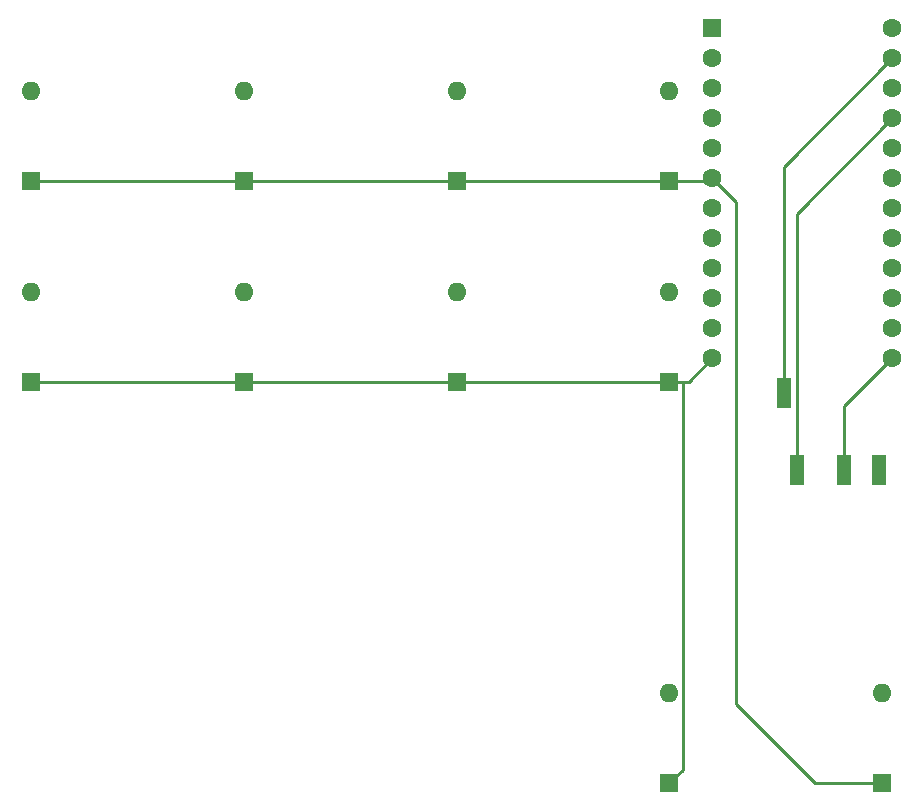
<source format=gbr>
%TF.GenerationSoftware,KiCad,Pcbnew,(6.0.9)*%
%TF.CreationDate,2022-12-21T17:39:14+05:00*%
%TF.ProjectId,vsrgkb-left,76737267-6b62-42d6-9c65-66742e6b6963,rev?*%
%TF.SameCoordinates,Original*%
%TF.FileFunction,Copper,L1,Top*%
%TF.FilePolarity,Positive*%
%FSLAX46Y46*%
G04 Gerber Fmt 4.6, Leading zero omitted, Abs format (unit mm)*
G04 Created by KiCad (PCBNEW (6.0.9)) date 2022-12-21 17:39:14*
%MOMM*%
%LPD*%
G01*
G04 APERTURE LIST*
%TA.AperFunction,ComponentPad*%
%ADD10R,1.600000X1.600000*%
%TD*%
%TA.AperFunction,ComponentPad*%
%ADD11O,1.600000X1.600000*%
%TD*%
%TA.AperFunction,ComponentPad*%
%ADD12C,1.600000*%
%TD*%
%TA.AperFunction,SMDPad,CuDef*%
%ADD13R,1.200000X2.500000*%
%TD*%
%TA.AperFunction,Conductor*%
%ADD14C,0.250000*%
%TD*%
G04 APERTURE END LIST*
D10*
%TO.P,D9,1,K*%
%TO.N,/row2*%
X132750000Y-79687500D03*
D11*
%TO.P,D9,2,A*%
%TO.N,Net-(D9-Pad2)*%
X132750000Y-72067500D03*
%TD*%
D10*
%TO.P,D6,1,K*%
%TO.N,/row2*%
X78750000Y-79687500D03*
D11*
%TO.P,D6,2,A*%
%TO.N,Net-(D6-Pad2)*%
X78750000Y-72067500D03*
%TD*%
D10*
%TO.P,D2,1,K*%
%TO.N,/row1*%
X96750000Y-62687500D03*
D11*
%TO.P,D2,2,A*%
%TO.N,Net-(D2-Pad2)*%
X96750000Y-55067500D03*
%TD*%
D10*
%TO.P,D10,1,K*%
%TO.N,/row2*%
X132750000Y-113687500D03*
D11*
%TO.P,D10,2,A*%
%TO.N,Net-(D10-Pad2)*%
X132750000Y-106067500D03*
%TD*%
D10*
%TO.P,D7,1,K*%
%TO.N,/row2*%
X96750000Y-79687500D03*
D11*
%TO.P,D7,2,A*%
%TO.N,Net-(D7-Pad2)*%
X96750000Y-72067500D03*
%TD*%
D10*
%TO.P,U1,1,TX*%
%TO.N,unconnected-(U1-Pad1)*%
X136380000Y-49780000D03*
D12*
%TO.P,U1,2,RX*%
%TO.N,unconnected-(U1-Pad2)*%
X136380000Y-52320000D03*
%TO.P,U1,3,GND*%
%TO.N,unconnected-(U1-Pad3)*%
X136380000Y-54860000D03*
%TO.P,U1,4,GND*%
%TO.N,unconnected-(U1-Pad4)*%
X136380000Y-57400000D03*
%TO.P,U1,5,SDA*%
%TO.N,unconnected-(U1-Pad5)*%
X136380000Y-59940000D03*
%TO.P,U1,6,SCL*%
%TO.N,/row1*%
X136380000Y-62480000D03*
%TO.P,U1,7,D4*%
%TO.N,/col4*%
X136380000Y-65020000D03*
%TO.P,U1,8,C6*%
%TO.N,/col3*%
X136380000Y-67560000D03*
%TO.P,U1,9,D7*%
%TO.N,/col2*%
X136380000Y-70100000D03*
%TO.P,U1,10,E6*%
%TO.N,/col1*%
X136380000Y-72640000D03*
%TO.P,U1,11,B4*%
%TO.N,/col5*%
X136380000Y-75180000D03*
%TO.P,U1,12,B5*%
%TO.N,/row2*%
X136380000Y-77720000D03*
%TO.P,U1,13,B6*%
%TO.N,Net-(U1-Pad13)*%
X151620000Y-77720000D03*
%TO.P,U1,14,B2*%
%TO.N,unconnected-(U1-Pad14)*%
X151620000Y-75180000D03*
%TO.P,U1,15,B3*%
%TO.N,unconnected-(U1-Pad15)*%
X151620000Y-72640000D03*
%TO.P,U1,16,B1*%
%TO.N,unconnected-(U1-Pad16)*%
X151620000Y-70100000D03*
%TO.P,U1,17,F7*%
%TO.N,unconnected-(U1-Pad17)*%
X151620000Y-67560000D03*
%TO.P,U1,18,F6*%
%TO.N,unconnected-(U1-Pad18)*%
X151620000Y-65020000D03*
%TO.P,U1,19,F5*%
%TO.N,unconnected-(U1-Pad19)*%
X151620000Y-62480000D03*
%TO.P,U1,20,F4*%
%TO.N,unconnected-(U1-Pad20)*%
X151620000Y-59940000D03*
%TO.P,U1,21,VCC*%
%TO.N,Net-(U1-Pad21)*%
X151620000Y-57400000D03*
%TO.P,U1,22,RST*%
%TO.N,unconnected-(U1-Pad22)*%
X151620000Y-54860000D03*
%TO.P,U1,23,GND*%
%TO.N,Net-(J1-PadS)*%
X151620000Y-52320000D03*
%TO.P,U1,24,RAW*%
%TO.N,unconnected-(U1-Pad24)*%
X151620000Y-49780000D03*
%TD*%
D10*
%TO.P,D4,1,K*%
%TO.N,/row1*%
X132750000Y-62687500D03*
D11*
%TO.P,D4,2,A*%
%TO.N,Net-(SW4-Pad2)*%
X132750000Y-55067500D03*
%TD*%
D13*
%TO.P,J1,T*%
%TO.N,Net-(U1-Pad21)*%
X143550000Y-87187500D03*
%TO.P,J1,S*%
%TO.N,Net-(J1-PadS)*%
X142450000Y-80687500D03*
%TO.P,J1,R2*%
%TO.N,unconnected-(J1-PadR2)*%
X150550000Y-87187500D03*
%TO.P,J1,R1*%
%TO.N,Net-(U1-Pad13)*%
X147550000Y-87187500D03*
%TD*%
D10*
%TO.P,D3,1,K*%
%TO.N,/row1*%
X114750000Y-62687500D03*
D11*
%TO.P,D3,2,A*%
%TO.N,Net-(D3-Pad2)*%
X114750000Y-55067500D03*
%TD*%
D10*
%TO.P,D8,1,K*%
%TO.N,/row2*%
X114750000Y-79687500D03*
D11*
%TO.P,D8,2,A*%
%TO.N,Net-(D8-Pad2)*%
X114750000Y-72067500D03*
%TD*%
D10*
%TO.P,D1,1,K*%
%TO.N,/row1*%
X78750000Y-62687500D03*
D11*
%TO.P,D1,2,A*%
%TO.N,Net-(SW1-Pad2)*%
X78750000Y-55067500D03*
%TD*%
D10*
%TO.P,D5,1,K*%
%TO.N,/row1*%
X150750000Y-113687500D03*
D11*
%TO.P,D5,2,A*%
%TO.N,Net-(SW5-Pad2)*%
X150750000Y-106067500D03*
%TD*%
D14*
%TO.N,/row1*%
X145086279Y-113687500D02*
X138375000Y-106976221D01*
X150750000Y-113687500D02*
X145086279Y-113687500D01*
X138375000Y-64475000D02*
X136380000Y-62480000D01*
X136172500Y-62687500D02*
X136380000Y-62480000D01*
X138375000Y-106976221D02*
X138375000Y-64475000D01*
X78750000Y-62687500D02*
X136172500Y-62687500D01*
%TO.N,/row2*%
X132750000Y-113687500D02*
X133875000Y-112562500D01*
X78750000Y-79687500D02*
X133875000Y-79687500D01*
X133875000Y-112562500D02*
X133875000Y-79687500D01*
X133875000Y-79687500D02*
X134412500Y-79687500D01*
X134412500Y-79687500D02*
X136380000Y-77720000D01*
%TO.N,Net-(U1-Pad21)*%
X143550000Y-65470000D02*
X151620000Y-57400000D01*
X143550000Y-87187500D02*
X143550000Y-65470000D01*
%TO.N,Net-(J1-PadS)*%
X142450000Y-61490000D02*
X151620000Y-52320000D01*
X142450000Y-80687500D02*
X142450000Y-61490000D01*
%TO.N,Net-(U1-Pad13)*%
X147550000Y-87187500D02*
X147550000Y-81790000D01*
X147550000Y-81790000D02*
X151620000Y-77720000D01*
%TD*%
M02*

</source>
